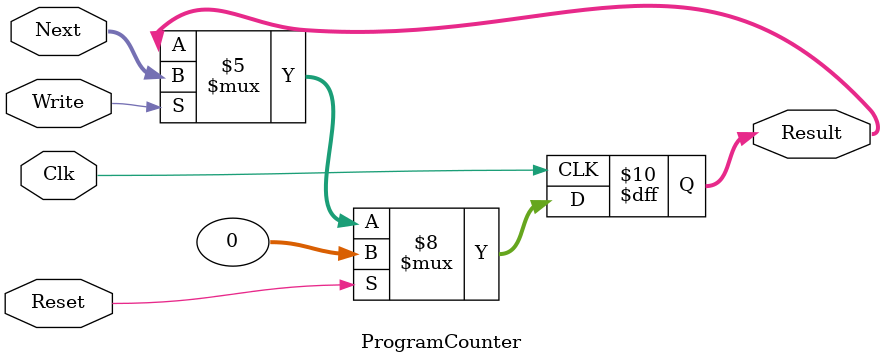
<source format=v>
module ProgramCounter(Clk, Write, Result, Next, Reset);
	
	input [31:0] Next;
	input Clk, Write, Reset;
	output reg [31:0] Result;
	
	initial begin
	
		Result <= 32'b00000000;
		
	end
	
	always @(posedge Clk)
	begin
		if (Reset == 1)
		begin
		
			Result <=32'b00000000;
			
		end
		
		else
		
		begin
			
			if (Write == 1) begin
			
				Result <= Next;
			
			end
		end
	end
endmodule
</source>
